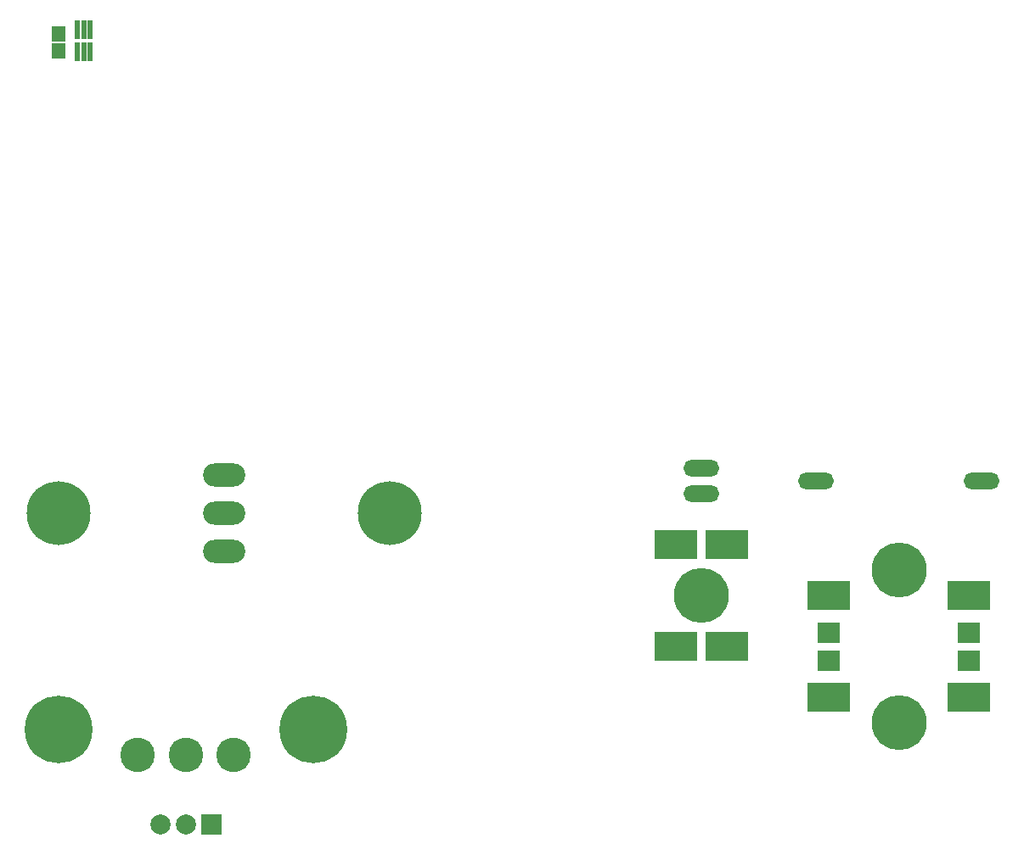
<source format=gbs>
G04 #@! TF.GenerationSoftware,KiCad,Pcbnew,5.0.0-fee4fd1~65~ubuntu17.10.1*
G04 #@! TF.CreationDate,2018-10-29T15:09:50-04:00*
G04 #@! TF.ProjectId,panel,70616E656C2E6B696361645F70636200,A*
G04 #@! TF.SameCoordinates,Original*
G04 #@! TF.FileFunction,Soldermask,Bot*
G04 #@! TF.FilePolarity,Negative*
%FSLAX46Y46*%
G04 Gerber Fmt 4.6, Leading zero omitted, Abs format (unit mm)*
G04 Created by KiCad (PCBNEW 5.0.0-fee4fd1~65~ubuntu17.10.1) date Mon Oct 29 15:09:50 2018*
%MOMM*%
%LPD*%
G01*
G04 APERTURE LIST*
%ADD10C,6.750000*%
%ADD11R,2.000000X2.000000*%
%ADD12C,2.000000*%
%ADD13C,3.448000*%
%ADD14C,5.480000*%
%ADD15R,4.210000X2.940000*%
%ADD16O,3.575000X1.670000*%
%ADD17R,2.200000X2.000000*%
%ADD18R,0.560000X1.860000*%
%ADD19R,1.400000X1.500000*%
%ADD20O,4.210000X2.305000*%
%ADD21C,6.369000*%
G04 APERTURE END LIST*
D10*
G04 #@! TO.C,H1*
X114300000Y-137160000D03*
G04 #@! TD*
G04 #@! TO.C,H2*
X88900000Y-137160000D03*
G04 #@! TD*
D11*
G04 #@! TO.C,J1*
X104140000Y-146685000D03*
D12*
X101600000Y-146685000D03*
X99060000Y-146685000D03*
G04 #@! TD*
D13*
G04 #@! TO.C,SW1*
X106349800Y-139700000D03*
X101600000Y-139700000D03*
X96850200Y-139700000D03*
G04 #@! TD*
D14*
G04 #@! TO.C,H2*
X172720000Y-136525000D03*
G04 #@! TD*
G04 #@! TO.C,H1*
X172720000Y-121285000D03*
G04 #@! TD*
D15*
G04 #@! TO.C,J1*
X165735000Y-123825000D03*
G04 #@! TD*
G04 #@! TO.C,J2*
X165735000Y-133985000D03*
G04 #@! TD*
G04 #@! TO.C,J3*
X179705000Y-123825000D03*
G04 #@! TD*
G04 #@! TO.C,J4*
X179705000Y-133985000D03*
G04 #@! TD*
D16*
G04 #@! TO.C,J5*
X164465000Y-112395000D03*
G04 #@! TD*
G04 #@! TO.C,J6*
X180975000Y-112395000D03*
G04 #@! TD*
D17*
G04 #@! TO.C,C8*
X179705000Y-127505000D03*
X179705000Y-130305000D03*
G04 #@! TD*
G04 #@! TO.C,C9*
X165735000Y-127505000D03*
X165735000Y-130305000D03*
G04 #@! TD*
D18*
G04 #@! TO.C,U3*
X90790000Y-67327600D03*
X90790000Y-69527600D03*
X92090000Y-69527600D03*
X92090000Y-67327600D03*
X91440000Y-67327600D03*
X91440000Y-69527600D03*
G04 #@! TD*
D19*
G04 #@! TO.C,C8*
X88900000Y-67730000D03*
X88900000Y-69430000D03*
G04 #@! TD*
D20*
G04 #@! TO.C,J1*
X105410000Y-111760000D03*
X105410000Y-115570000D03*
X105410000Y-119380000D03*
G04 #@! TD*
D21*
G04 #@! TO.C,H1*
X121920000Y-115570000D03*
G04 #@! TD*
G04 #@! TO.C,H2*
X88900000Y-115570000D03*
G04 #@! TD*
D16*
G04 #@! TO.C,J1*
X153035000Y-113665000D03*
G04 #@! TD*
G04 #@! TO.C,J6*
X153035000Y-111125000D03*
G04 #@! TD*
D14*
G04 #@! TO.C,H1*
X153035000Y-123825000D03*
G04 #@! TD*
D15*
G04 #@! TO.C,J2*
X150495000Y-118745000D03*
G04 #@! TD*
G04 #@! TO.C,J3*
X150495000Y-128905000D03*
G04 #@! TD*
G04 #@! TO.C,J4*
X155575000Y-118745000D03*
G04 #@! TD*
G04 #@! TO.C,J5*
X155575000Y-128905000D03*
G04 #@! TD*
M02*

</source>
